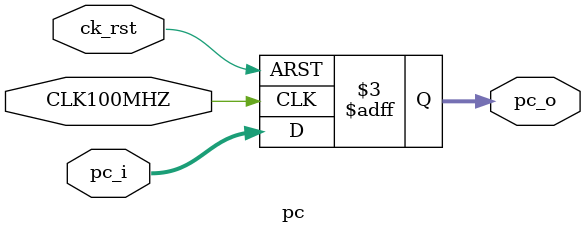
<source format=v>
module pc (
    input wire CLK100MHZ,
    input wire ck_rst,
    input wire [31:0] pc_i,
    output reg [31:0] pc_o
);

  always @(posedge CLK100MHZ or negedge ck_rst) begin
    if (!ck_rst) pc_o <= 32'h00000000;
    else pc_o <= pc_i;
  end

endmodule

</source>
